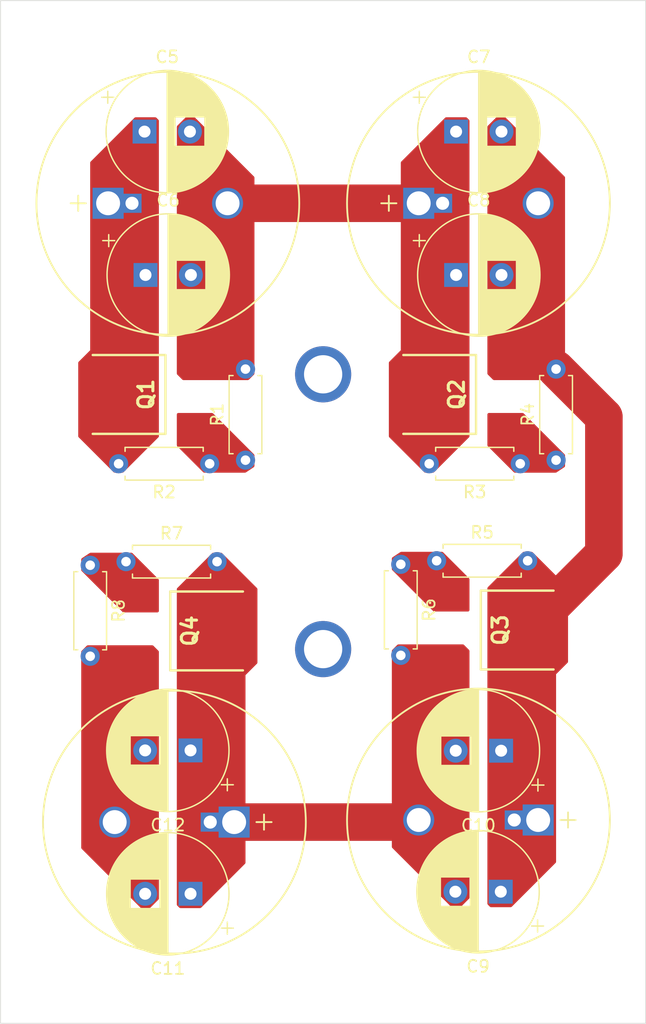
<source format=kicad_pcb>
(kicad_pcb (version 20241229) (generator "pcbnew") (generator_version "9.0")
  (layers (0 "F.Cu" signal) (2 "B.Cu" signal) (13 "F.Paste" user) (15 "B.Paste" user) (5 "F.SilkS" user "F.Silkscreen") (7 "B.SilkS" user "B.Silkscreen") (1 "F.Mask" user) (3 "B.Mask" user) (25 "Edge.Cuts" user))
  (net 0 "")
  (net 1 "Net-(Q1-G)")
  (net 2 "/V_IN")
  (net 3 "Net-(Q2-G)")
  (net 4 "Net-(Q3-G)")
  (net 5 "Net-(Q4-G)")
  (net 6 "/GND")
  (net 7 "Net-(Q1-E)")
  (net 8 "Net-(Q2-E)")
  (net 9 "Net-(Q3-E)")
  (footprint "Resistor_THT:R_Axial_DIN0207_L6.3mm_D2.5mm_P7.62mm_Horizontal" (layer "F.Cu") (at 221 90.285)
    (property "Reference" "R5" (at 3.81 -2.37 0) (layer "F.SilkS"))
    (property "Value" "20k")
    (pad "1" thru_hole circle (at 0 0) (size 1.6 1.6) (drill 0.8) (layers "*.Cu" "*.Mask") (net 4 "Net-(Q3-G)"))
    (pad "2" thru_hole oval (at 7.62 0) (size 1.6 1.6) (drill 0.8) (layers "*.Cu" "*.Mask") (net 8 "Net-(Q2-E)"))
  )
  (footprint "Library:FGD3050G2" (layer "F.Cu") (at 222.5 76.365 90)
    (property "Reference" "Q2" (at 0 0.172 90) (layer "F.SilkS") (effects (font (size 1.27 1.27) (thickness 0.254))))
    (property "Value" "FGD3050G2" (hide yes))
    (pad "1" smd rect (at -2.28 4.285 90) (size 1.25 2.85) (layers "F.Cu" "F.Mask" "F.Paste") (net 3 "Net-(Q2-G)"))
    (pad "2" smd rect (at 0 -2.115 90) (size 5.55 6.5) (layers "F.Cu" "F.Mask" "F.Paste") (net 7 "Net-(Q1-E)"))
    (pad "3" smd rect (at 2.28 4.285 90) (size 1.25 2.85) (layers "F.Cu" "F.Mask" "F.Paste") (net 8 "Net-(Q2-E)"))
  )
  (footprint "Library:smallcap" (layer "F.Cu") (at 198.58 106.16 180)
    (property "Reference" "C12" (at 0.08 -6.25 0) (layer "F.SilkS"))
    (property "Value" "C_Polarized")
    (pad "1" thru_hole rect (at -1.82 0 180) (size 2 2) (drill 1) (layers "*.Cu" "*.Mask") (net 9 "Net-(Q3-E)"))
    (pad "2" thru_hole circle (at 1.98 0 180) (size 2 2) (drill 1) (layers "*.Cu" "*.Mask") (net 6 "/GND"))
  )
  (footprint "Capacitor_THT:CP_Radial_D10.0mm_P3.80mm" (layer "F.Cu") (at 198.45 54.365)
    (property "Reference" "C5" (at 0 -6.25 0) (layer "F.SilkS"))
    (property "Value" "C_Polarized")
    (pad "" thru_hole circle (at 1.9 0) (size 2 2) (drill 1) (layers "*.Cu" "*.Mask") (net 7 "Net-(Q1-E)"))
    (pad "1" thru_hole rect (at -1.9 0) (size 2 2) (drill 1) (layers "*.Cu" "*.Mask") (net 2 "/V_IN"))
  )
  (footprint "Library:smallcap" (layer "F.Cu") (at 224.58 106.185 180)
    (property "Reference" "C10" (at 0.08 -6.25 0) (layer "F.SilkS"))
    (property "Value" "C_Polarized")
    (pad "1" thru_hole rect (at -1.82 0 180) (size 2 2) (drill 1) (layers "*.Cu" "*.Mask") (net 8 "Net-(Q2-E)"))
    (pad "2" thru_hole circle (at 1.98 0 180) (size 2 2) (drill 1) (layers "*.Cu" "*.Mask") (net 9 "Net-(Q3-E)"))
  )
  (footprint "Resistor_THT:R_Axial_DIN0207_L6.3mm_D2.5mm_P7.62mm_Horizontal" (layer "F.Cu") (at 228 82.165 180)
    (property "Reference" "R3" (at 3.81 -2.37 0) (layer "F.SilkS"))
    (property "Value" "20k")
    (pad "1" thru_hole circle (at 0 0 180) (size 1.6 1.6) (drill 0.8) (layers "*.Cu" "*.Mask") (net 3 "Net-(Q2-G)"))
    (pad "2" thru_hole oval (at 7.62 0 180) (size 1.6 1.6) (drill 0.8) (layers "*.Cu" "*.Mask") (net 7 "Net-(Q1-E)"))
  )
  (footprint "Library:bigcap" (layer "F.Cu") (at 198.45 60.365)
    (property "Reference" "C1" (hide yes))
    (property "Value" "C_Polarized" (hide yes))
    (pad "1" thru_hole rect (at -4.95 0) (size 2.6002 2.6002) (drill 2) (layers "*.Cu" "*.Mask") (net 2 "/V_IN"))
    (pad "1" thru_hole rect (at -2.95 0) (size 1.6002 1.6002) (drill 1.0922) (layers "*.Cu" "*.Mask") (net 2 "/V_IN"))
    (pad "2" thru_hole circle (at 5.05 0) (size 2.6002 2.6002) (drill 2) (layers "*.Cu" "*.Mask") (net 7 "Net-(Q1-E)"))
  )
  (footprint "Resistor_THT:R_Axial_DIN0207_L6.3mm_D2.5mm_P7.62mm_Horizontal" (layer "F.Cu") (at 192 90.66 -90)
    (property "Reference" "R8" (at 3.81 -2.37 90) (layer "F.SilkS"))
    (property "Value" "22.9k")
    (pad "1" thru_hole circle (at 0 0 270) (size 1.6 1.6) (drill 0.8) (layers "*.Cu" "*.Mask") (net 5 "Net-(Q4-G)"))
    (pad "2" thru_hole oval (at 7.62 0 270) (size 1.6 1.6) (drill 0.8) (layers "*.Cu" "*.Mask") (net 6 "/GND"))
  )
  (footprint "Resistor_THT:R_Axial_DIN0207_L6.3mm_D2.5mm_P7.62mm_Horizontal" (layer "F.Cu") (at 195 90.36)
    (property "Reference" "R7" (at 3.81 -2.37 0) (layer "F.SilkS"))
    (property "Value" "20k")
    (pad "1" thru_hole circle (at 0 0) (size 1.6 1.6) (drill 0.8) (layers "*.Cu" "*.Mask") (net 5 "Net-(Q4-G)"))
    (pad "2" thru_hole oval (at 7.62 0) (size 1.6 1.6) (drill 0.8) (layers "*.Cu" "*.Mask") (net 9 "Net-(Q3-E)"))
  )
  (footprint "Library:bigcap" (layer "F.Cu") (at 199.1 112.16 180)
    (property "Reference" "C4" (hide yes))
    (property "Value" "C_Polarized" (hide yes))
    (pad "1" thru_hole rect (at -4.95 0 180) (size 2.6002 2.6002) (drill 2) (layers "*.Cu" "*.Mask") (net 9 "Net-(Q3-E)"))
    (pad "1" thru_hole rect (at -2.95 0 180) (size 1.6002 1.6002) (drill 1.0922) (layers "*.Cu" "*.Mask") (net 9 "Net-(Q3-E)"))
    (pad "2" thru_hole circle (at 5.05 0 180) (size 2.6002 2.6002) (drill 2) (layers "*.Cu" "*.Mask") (net 6 "/GND"))
  )
  (footprint "Library:smallcap" (layer "F.Cu") (at 224.45 54.365)
    (property "Reference" "C7" (at 0.08 -6.25 0) (layer "F.SilkS"))
    (property "Value" "C_Polarized")
    (pad "1" thru_hole rect (at -1.82 0) (size 2 2) (drill 1) (layers "*.Cu" "*.Mask") (net 7 "Net-(Q1-E)"))
    (pad "2" thru_hole circle (at 1.98 0) (size 2 2) (drill 1) (layers "*.Cu" "*.Mask") (net 8 "Net-(Q2-E)"))
  )
  (footprint "PassiveBankV1:MountingHole_3.2mm_M3" (layer "F.Cu") (at 211.5 74.7 90)
    (property "Reference" "REF**" (hide yes))
    (property "Value" "MountingHole_3.2mm_M3" (hide yes))
    (pad "" np_thru_hole circle (at 0.02 0 90) (size 4.7 4.7) (drill 3.2) (layers "*.Cu" "*.Mask") (clearance 2))
  )
  (footprint "Resistor_THT:R_Axial_DIN0207_L6.3mm_D2.5mm_P7.62mm_Horizontal" (layer "F.Cu") (at 205 81.865 90)
    (property "Reference" "R1" (at 3.81 -2.37 90) (layer "F.SilkS"))
    (property "Value" "22.9k")
    (pad "1" thru_hole circle (at 0 0 90) (size 1.6 1.6) (drill 0.8) (layers "*.Cu" "*.Mask") (net 1 "Net-(Q1-G)"))
    (pad "2" thru_hole oval (at 7.62 0 90) (size 1.6 1.6) (drill 0.8) (layers "*.Cu" "*.Mask") (net 7 "Net-(Q1-E)"))
  )
  (footprint "Library:bigcap" (layer "F.Cu") (at 224.45 60.365)
    (property "Reference" "C2" (hide yes))
    (property "Value" "C_Polarized" (hide yes))
    (pad "1" thru_hole rect (at -4.95 0) (size 2.6002 2.6002) (drill 2) (layers "*.Cu" "*.Mask") (net 7 "Net-(Q1-E)"))
    (pad "1" thru_hole rect (at -2.95 0) (size 1.6002 1.6002) (drill 1.0922) (layers "*.Cu" "*.Mask") (net 7 "Net-(Q1-E)"))
    (pad "2" thru_hole circle (at 5.05 0) (size 2.6002 2.6002) (drill 2) (layers "*.Cu" "*.Mask") (net 8 "Net-(Q2-E)"))
  )
  (footprint "Library:smallcap" (layer "F.Cu") (at 224.55 117.985 180)
    (property "Reference" "C9" (at 0.08 -6.25 0) (layer "F.SilkS"))
    (property "Value" "C_Polarized")
    (pad "1" thru_hole rect (at -1.82 0 180) (size 2 2) (drill 1) (layers "*.Cu" "*.Mask") (net 8 "Net-(Q2-E)"))
    (pad "2" thru_hole circle (at 1.98 0 180) (size 2 2) (drill 1) (layers "*.Cu" "*.Mask") (net 9 "Net-(Q3-E)"))
  )
  (footprint "Library:FGD3050G2" (layer "F.Cu") (at 196.5 76.365 90)
    (property "Reference" "Q1" (at 0 0.172 90) (layer "F.SilkS") (effects (font (size 1.27 1.27) (thickness 0.254))))
    (property "Value" "FGD3050G2" (hide yes))
    (pad "1" smd rect (at -2.28 4.285 90) (size 1.25 2.85) (layers "F.Cu" "F.Mask" "F.Paste") (net 1 "Net-(Q1-G)"))
    (pad "2" smd rect (at 0 -2.115 90) (size 5.55 6.5) (layers "F.Cu" "F.Mask" "F.Paste") (net 2 "/V_IN"))
    (pad "3" smd rect (at 2.28 4.285 90) (size 1.25 2.85) (layers "F.Cu" "F.Mask" "F.Paste") (net 7 "Net-(Q1-E)"))
  )
  (footprint "Library:FGD3050G2" (layer "F.Cu") (at 226.5 96.085 -90)
    (property "Reference" "Q3" (at 0 0.172 90) (layer "F.SilkS") (effects (font (size 1.27 1.27) (thickness 0.254))))
    (property "Value" "FGD3050G2" (hide yes))
    (pad "1" smd rect (at -2.28 4.285 270) (size 1.25 2.85) (layers "F.Cu" "F.Mask" "F.Paste") (net 4 "Net-(Q3-G)"))
    (pad "2" smd rect (at 0 -2.115 270) (size 5.55 6.5) (layers "F.Cu" "F.Mask" "F.Paste") (net 8 "Net-(Q2-E)"))
    (pad "3" smd rect (at 2.28 4.285 270) (size 1.25 2.85) (layers "F.Cu" "F.Mask" "F.Paste") (net 9 "Net-(Q3-E)"))
  )
  (footprint "Resistor_THT:R_Axial_DIN0207_L6.3mm_D2.5mm_P7.62mm_Horizontal" (layer "F.Cu") (at 202 82.165 180)
    (property "Reference" "R2" (at 3.81 -2.37 0) (layer "F.SilkS"))
    (property "Value" "20k")
    (pad "1" thru_hole circle (at 0 0 180) (size 1.6 1.6) (drill 0.8) (layers "*.Cu" "*.Mask") (net 1 "Net-(Q1-G)"))
    (pad "2" thru_hole oval (at 7.62 0 180) (size 1.6 1.6) (drill 0.8) (layers "*.Cu" "*.Mask") (net 2 "/V_IN"))
  )
  (footprint "PassiveBankV1:MountingHole_3.2mm_M3" (layer "F.Cu") (at 211.5 97.7 90)
    (property "Reference" "REF**" (hide yes))
    (property "Value" "MountingHole_3.2mm_M3" (hide yes))
    (pad "" np_thru_hole circle (at 0.02 0 90) (size 4.7 4.7) (drill 3.2) (layers "*.Cu" "*.Mask") (clearance 2))
  )
  (footprint "Library:bigcap" (layer "F.Cu") (at 224.55 111.985 180)
    (property "Reference" "C3" (hide yes))
    (property "Value" "C_Polarized" (hide yes))
    (pad "1" thru_hole rect (at -4.95 0 180) (size 2.6002 2.6002) (drill 2) (layers "*.Cu" "*.Mask") (net 8 "Net-(Q2-E)"))
    (pad "1" thru_hole rect (at -2.95 0 180) (size 1.6002 1.6002) (drill 1.0922) (layers "*.Cu" "*.Mask") (net 8 "Net-(Q2-E)"))
    (pad "2" thru_hole circle (at 5.05 0 180) (size 2.6002 2.6002) (drill 2) (layers "*.Cu" "*.Mask") (net 9 "Net-(Q3-E)"))
  )
  (footprint "Library:smallcap" (layer "F.Cu") (at 198.45 66.365)
    (property "Reference" "C6" (at 0.08 -6.25 0) (layer "F.SilkS"))
    (property "Value" "C_Polarized")
    (pad "1" thru_hole rect (at -1.82 0) (size 2 2) (drill 1) (layers "*.Cu" "*.Mask") (net 2 "/V_IN"))
    (pad "2" thru_hole circle (at 1.98 0) (size 2 2) (drill 1) (layers "*.Cu" "*.Mask") (net 7 "Net-(Q1-E)"))
  )
  (footprint "Resistor_THT:R_Axial_DIN0207_L6.3mm_D2.5mm_P7.62mm_Horizontal" (layer "F.Cu") (at 231 81.865 90)
    (property "Reference" "R4" (at 3.81 -2.37 90) (layer "F.SilkS"))
    (property "Value" "22.9k")
    (pad "1" thru_hole circle (at 0 0 90) (size 1.6 1.6) (drill 0.8) (layers "*.Cu" "*.Mask") (net 3 "Net-(Q2-G)"))
    (pad "2" thru_hole oval (at 7.62 0 90) (size 1.6 1.6) (drill 0.8) (layers "*.Cu" "*.Mask") (net 8 "Net-(Q2-E)"))
  )
  (footprint "Library:FGD3050G2" (layer "F.Cu") (at 200.5 96.16 -90)
    (property "Reference" "Q4" (at 0 0.172 90) (layer "F.SilkS") (effects (font (size 1.27 1.27) (thickness 0.254))))
    (property "Value" "FGD3050G2" (hide yes))
    (pad "1" smd rect (at -2.28 4.285 270) (size 1.25 2.85) (layers "F.Cu" "F.Mask" "F.Paste") (net 5 "Net-(Q4-G)"))
    (pad "2" smd rect (at 0 -2.115 270) (size 5.55 6.5) (layers "F.Cu" "F.Mask" "F.Paste") (net 9 "Net-(Q3-E)"))
    (pad "3" smd rect (at 2.28 4.285 270) (size 1.25 2.85) (layers "F.Cu" "F.Mask" "F.Paste") (net 6 "/GND"))
  )
  (footprint "Library:smallcap" (layer "F.Cu") (at 224.45 66.365)
    (property "Reference" "C8" (at 0.08 -6.25 0) (layer "F.SilkS"))
    (property "Value" "C_Polarized")
    (pad "1" thru_hole rect (at -1.82 0) (size 2 2) (drill 1) (layers "*.Cu" "*.Mask") (net 7 "Net-(Q1-E)"))
    (pad "2" thru_hole circle (at 1.98 0) (size 2 2) (drill 1) (layers "*.Cu" "*.Mask") (net 8 "Net-(Q2-E)"))
  )
  (footprint "Resistor_THT:R_Axial_DIN0207_L6.3mm_D2.5mm_P7.62mm_Horizontal" (layer "F.Cu") (at 218 90.585 -90)
    (property "Reference" "R6" (at 3.81 -2.37 90) (layer "F.SilkS"))
    (property "Value" "22.9k")
    (pad "1" thru_hole circle (at 0 0 270) (size 1.6 1.6) (drill 0.8) (layers "*.Cu" "*.Mask") (net 4 "Net-(Q3-G)"))
    (pad "2" thru_hole oval (at 7.62 0 270) (size 1.6 1.6) (drill 0.8) (layers "*.Cu" "*.Mask") (net 9 "Net-(Q3-E)"))
  )
  (footprint "Library:smallcap" (layer "F.Cu") (at 198.58 118.16 180)
    (property "Reference" "C11" (at 0.08 -6.25 0) (layer "F.SilkS"))
    (property "Value" "C_Polarized")
    (pad "1" thru_hole rect (at -1.82 0 180) (size 2 2) (drill 1) (layers "*.Cu" "*.Mask") (net 9 "Net-(Q3-E)"))
    (pad "2" thru_hole circle (at 1.98 0 180) (size 2 2) (drill 1) (layers "*.Cu" "*.Mask") (net 6 "/GND"))
  )
  (gr_rect (start 184.5 43.4) (end 238.5 129) (stroke (width 0.05)) (fill no) (layer "Edge.Cuts"))
  (segment (start 203.5 60.365) (end 219.5 60.365) (width 3.141529) (layer "F.Cu") (net 7))
  (segment (start 235 78.245) (end 235 89.7) (width 3.141529) (layer "F.Cu") (net 8))
  (segment (start 231 74.245) (end 235 78.245) (width 3.141529) (layer "F.Cu") (net 8))
  (segment (start 235 89.7) (end 228.615 96.085) (width 3.141529) (layer "F.Cu") (net 8))
  (segment (start 219.325 112.16) (end 219.5 111.985) (width 0.2) (layer "F.Cu") (net 9))
  (segment (start 204.05 112.16) (end 219.325 112.16) (width 3.141529) (layer "F.Cu") (net 9))
  (zone (net 8) (net_name "Net-(Q2-E)") (layer "F.Cu") (priority 2) (connect_pads yes (clearance 0)) (min_thickness 0.25) (fill yes (thermal_gap 0.5) (thermal_bridge_width 0.5))
    (polygon (pts (xy 225.5 119.285) (xy 225.25 119.035) (xy 225.25 92.535) (xy 228.25 89.535) (xy 229 89.535) (xy 232 92.535) (xy 232 98.785) (xy 231 99.785) (xy 231 115.535) (xy 227.25 119.285)))
  )
  (zone (net 7) (net_name "Net-(Q1-E)") (layer "F.Cu") (priority 2) (connect_pads yes (clearance 0)) (min_thickness 0.25) (fill yes (thermal_gap 0.5) (thermal_bridge_width 0.5))
    (polygon (pts (xy 223.5 53.165) (xy 223.75 53.415) (xy 223.75 79.915) (xy 220.75 82.915) (xy 220 82.915) (xy 217 79.915) (xy 217 73.665) (xy 218 72.665) (xy 218 56.915) (xy 221.75 53.165)))
  )
  (zone (net 8) (net_name "Net-(Q2-E)") (layer "F.Cu") (priority 1) (connect_pads yes (clearance 0)) (min_thickness 0.25) (fill yes (thermal_gap 0.5) (thermal_bridge_width 0.5))
    (polygon (pts (xy 225.25 74.665) (xy 225.25 53.915) (xy 226 53.165) (xy 226.75 53.165) (xy 231.75 58.165) (xy 231.75 74.665) (xy 231.25 75.165) (xy 225.75 75.165)))
  )
  (zone (net 4) (net_name "Net-(Q3-G)") (layer "F.Cu") (connect_pads yes (clearance 0)) (min_thickness 0.25) (fill yes (thermal_gap 0.5) (thermal_bridge_width 0.5))
    (polygon (pts (xy 217.25 91.035) (xy 220.75 94.535) (xy 223.75 94.535) (xy 223.75 91.785) (xy 221.5 89.535) (xy 218 89.535) (xy 217.25 90.035)))
  )
  (zone (net 2) (net_name "/V_IN") (layer "F.Cu") (priority 2) (connect_pads yes (clearance 0)) (min_thickness 0.25) (fill yes (thermal_gap 0.5) (thermal_bridge_width 0.5))
    (polygon (pts (xy 197.5 53.165) (xy 197.75 53.415) (xy 197.75 79.915) (xy 194.75 82.915) (xy 194 82.915) (xy 191 79.915) (xy 191 73.665) (xy 192 72.665) (xy 192 56.915) (xy 195.75 53.165)))
  )
  (zone (net 9) (net_name "Net-(Q3-E)") (layer "F.Cu") (priority 2) (connect_pads yes (clearance 0)) (min_thickness 0.25) (fill yes (thermal_gap 0.5) (thermal_bridge_width 0.5))
    (polygon (pts (xy 199.5 119.36) (xy 199.25 119.11) (xy 199.25 92.61) (xy 202.25 89.61) (xy 203 89.61) (xy 206 92.61) (xy 206 98.86) (xy 205 99.86) (xy 205 115.61) (xy 201.25 119.36)))
  )
  (zone (net 7) (net_name "Net-(Q1-E)") (layer "F.Cu") (priority 1) (connect_pads yes (clearance 0)) (min_thickness 0.25) (fill yes (thermal_gap 0.5) (thermal_bridge_width 0.5))
    (polygon (pts (xy 199.25 74.665) (xy 199.25 53.915) (xy 200 53.165) (xy 200.75 53.165) (xy 205.75 58.165) (xy 205.75 74.665) (xy 205.25 75.165) (xy 199.75 75.165)))
  )
  (zone (net 6) (net_name "/GND") (layer "F.Cu") (priority 1) (connect_pads yes (clearance 0)) (min_thickness 0.25) (fill yes (thermal_gap 0.5) (thermal_bridge_width 0.5))
    (polygon (pts (xy 197.75 97.86) (xy 197.75 118.61) (xy 197 119.36) (xy 196.25 119.36) (xy 191.25 114.36) (xy 191.25 97.86) (xy 191.75 97.36) (xy 197.25 97.36)))
  )
  (zone (net 5) (net_name "Net-(Q4-G)") (layer "F.Cu") (connect_pads yes (clearance 0)) (min_thickness 0.25) (fill yes (thermal_gap 0.5) (thermal_bridge_width 0.5))
    (polygon (pts (xy 191.25 91.11) (xy 194.75 94.61) (xy 197.75 94.61) (xy 197.75 91.86) (xy 195.5 89.61) (xy 192 89.61) (xy 191.25 90.11)))
  )
  (zone (net 9) (net_name "Net-(Q3-E)") (layer "F.Cu") (priority 1) (connect_pads yes (clearance 0)) (min_thickness 0.25) (fill yes (thermal_gap 0.5) (thermal_bridge_width 0.5))
    (polygon (pts (xy 223.75 97.785) (xy 223.75 118.535) (xy 223 119.285) (xy 222.25 119.285) (xy 217.25 114.285) (xy 217.25 97.785) (xy 217.75 97.285) (xy 223.25 97.285)))
  )
  (zone (net 3) (net_name "Net-(Q2-G)") (layer "F.Cu") (connect_pads yes (clearance 0)) (min_thickness 0.25) (fill yes (thermal_gap 0.5) (thermal_bridge_width 0.5))
    (polygon (pts (xy 231.75 81.415) (xy 228.25 77.915) (xy 225.25 77.915) (xy 225.25 80.665) (xy 227.5 82.915) (xy 231 82.915) (xy 231.75 82.415)))
  )
  (zone (net 1) (net_name "Net-(Q1-G)") (layer "F.Cu") (connect_pads yes (clearance 0)) (min_thickness 0.25) (fill yes (thermal_gap 0.5) (thermal_bridge_width 0.5))
    (polygon (pts (xy 205.75 81.415) (xy 202.25 77.915) (xy 199.25 77.915) (xy 199.25 80.665) (xy 201.5 82.915) (xy 205 82.915) (xy 205.75 82.415)))
  )
)
</source>
